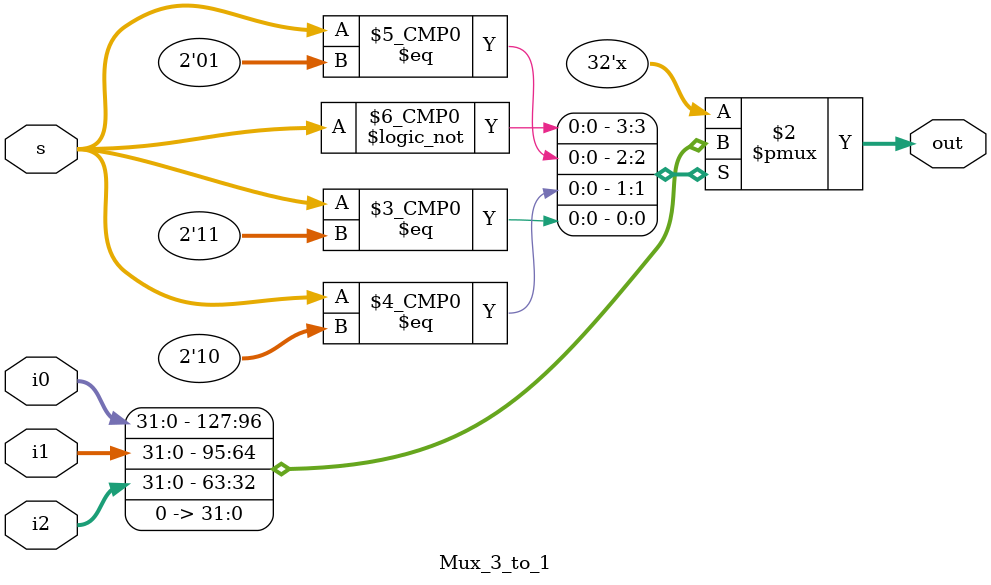
<source format=v>
module Mux_3_to_1(out, s, i2, i1, i0); 
 input [31:0] i2, i1, i0; 
 input [1:0]s; 
 output [31:0]out; 
reg [31:0] out;
always @(s or i2 or i1 or i0)
case(s)
2'b00 : out= i0;
2'b01 : out= i1;
2'b10 : out= i2;
2'b11 : out= 32'b0;
endcase
endmodule 
</source>
